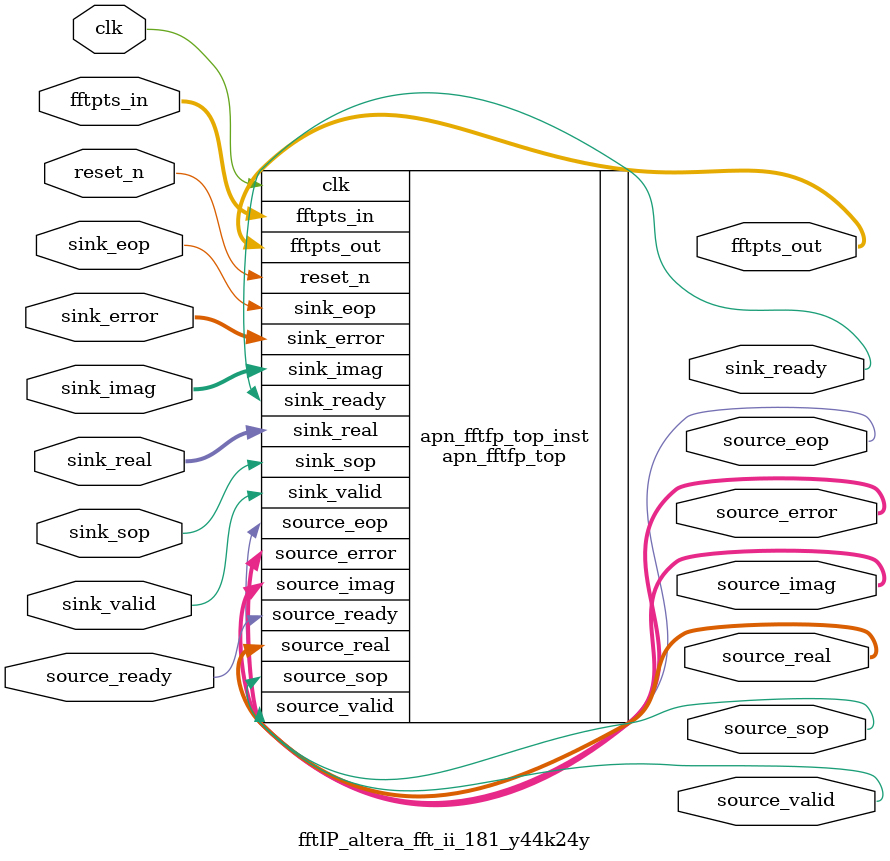
<source format=sv>



module fftIP_altera_fft_ii_181_y44k24y (
   input clk, 
   input reset_n,
	input [5 : 0] fftpts_in,
	input	sink_valid,
	input	sink_sop,
	input	sink_eop,
	input	logic [31 : 0] sink_real,
	input	logic [31 : 0] sink_imag,
	input	logic [1 : 0] sink_error,
	input	source_ready,
   output [5 : 0] fftpts_out,
	output sink_ready,
	output [1 : 0] source_error,
	output source_sop,
	output source_eop,
	output source_valid,
	output [31 : 0] source_real,
	output [31 : 0] source_imag
	);

	apn_fftfp_top #(
		.DEVICE_FAMILY_g("Stratix 10"),
		.MAX_FFTPTS_g(32),
		.NUM_STAGES_g(3),
		.DATAWIDTH_g(32),
		.TWIDWIDTH_g(32),
		.MAX_GROW_g (0),
		.TWIDROM_BASE_g("fftIP_altera_fft_ii_181_y44k24y_"),
		.DSP_ROUNDING_g(0),
		.INPUT_FORMAT_g("NATURAL_ORDER"),
		.OUTPUT_FORMAT_g("NATURAL_ORDER"),
		.REPRESENTATION_g("FLOATPT"),
		.DSP_ARCH_g(0),
        .PRUNE_g("3,2,0") 
	)
	apn_fftfp_top_inst (
		.clk(clk),
		.reset_n(reset_n),
		.fftpts_in(fftpts_in),
		.fftpts_out(fftpts_out),
		.sink_valid(sink_valid),
		.sink_sop(sink_sop),
		.sink_eop(sink_eop),
		.sink_real(sink_real),
		.sink_imag(sink_imag),
		.sink_ready(sink_ready),
		.sink_error(sink_error),
		.source_error(source_error),
		.source_ready(source_ready),
		.source_sop(source_sop),
		.source_eop(source_eop),
		.source_valid(source_valid),
		.source_real(source_real),
		.source_imag(source_imag)
	);
endmodule


</source>
